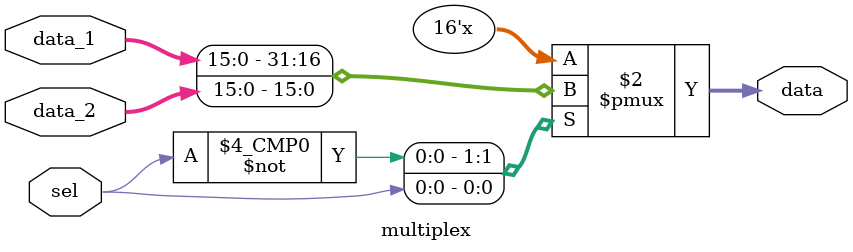
<source format=v>
module multiplex(sel,data_1,data_2,data);
input wire sel;
input wire[15:0] data_1,data_2;
output reg[15:0] data;

always @* begin
	case(sel)
		0:data<=data_1;
		1:data<=data_2;
	endcase
end
endmodule

</source>
